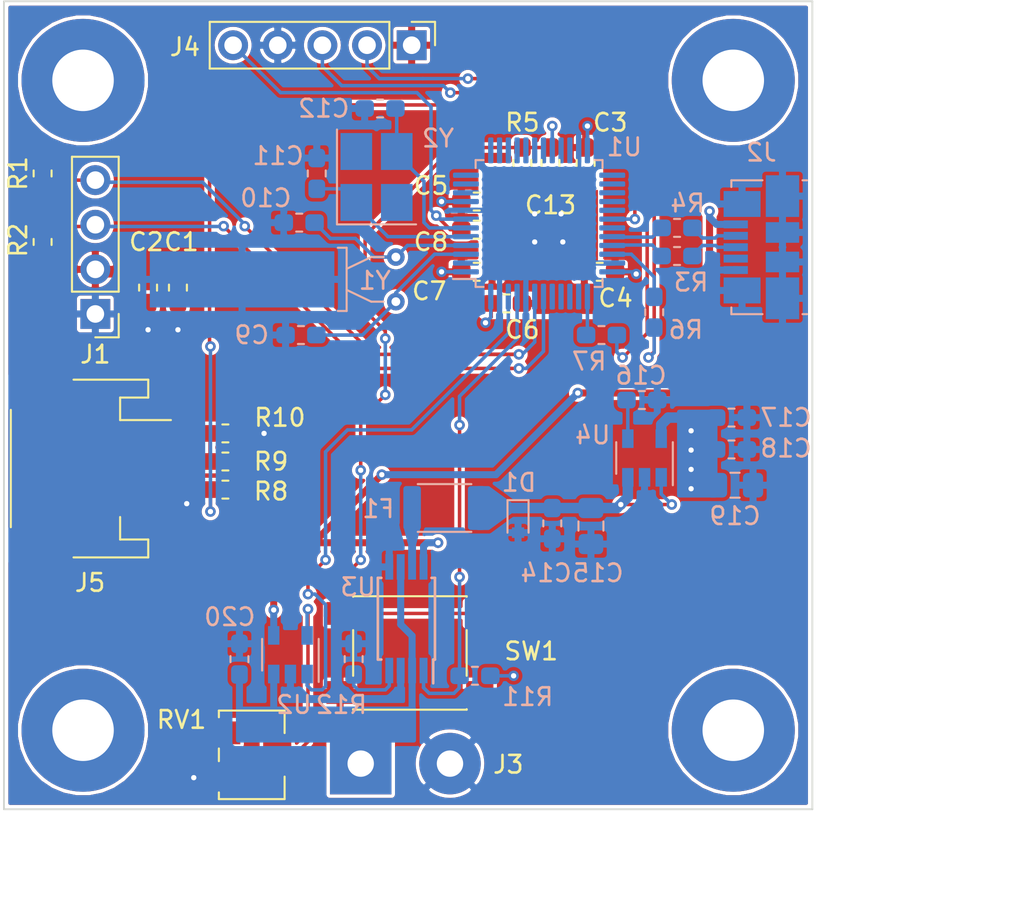
<source format=kicad_pcb>
(kicad_pcb (version 20171130) (host pcbnew 5.1.4-e60b266~84~ubuntu18.04.1)
  (layers (0 F.Cu signal) (31 B.Cu signal) (34 B.Paste user) (35 F.Paste user) (36 B.SilkS user) (37 F.SilkS user) (38 B.Mask user) (39 F.Mask user) (44 Edge.Cuts user))
  (net 0 "")
  (net 1 /OSC32_IN)
  (net 2 /OSC32_OUT)
  (net 3 /OSC_IN)
  (net 4 /OSC_OUT)
  (net 5 /NRST)
  (net 6 +3V3)
  (net 7 VBUS)
  (net 8 "Net-(F1-Pad2)")
  (net 9 +BATT)
  (net 10 /USB_N)
  (net 11 /USB_P)
  (net 12 "Net-(J2-Pad4)")
  (net 13 /SWDIO)
  (net 14 /SWCLK)
  (net 15 /SCL)
  (net 16 /SDA)
  (net 17 /MCU_USB_P)
  (net 18 /MCU_USB_N)
  (net 19 "Net-(R6-Pad2)")
  (net 20 "Net-(R7-Pad2)")
  (net 21 "Net-(RV1-Pad2)")
  (net 22 "Net-(RV1-Pad1)")
  (net 23 /POW_STAT)
  (net 24 "Net-(C13-Pad1)")
  (net 25 "Net-(C14-Pad1)")
  (net 26 "Net-(C16-Pad1)")
  (net 27 "Net-(U1-Pad2)")
  (net 28 "Net-(U1-Pad10)")
  (net 29 "Net-(U1-Pad11)")
  (net 30 "Net-(U1-Pad12)")
  (net 31 "Net-(U1-Pad13)")
  (net 32 "Net-(U1-Pad14)")
  (net 33 "Net-(U1-Pad15)")
  (net 34 "Net-(U1-Pad16)")
  (net 35 "Net-(U1-Pad17)")
  (net 36 "Net-(U1-Pad18)")
  (net 37 "Net-(U1-Pad19)")
  (net 38 "Net-(U1-Pad21)")
  (net 39 "Net-(U1-Pad22)")
  (net 40 "Net-(U1-Pad25)")
  (net 41 "Net-(U1-Pad26)")
  (net 42 "Net-(U1-Pad27)")
  (net 43 "Net-(U1-Pad29)")
  (net 44 "Net-(U1-Pad31)")
  (net 45 "Net-(U1-Pad38)")
  (net 46 "Net-(U1-Pad39)")
  (net 47 "Net-(U1-Pad40)")
  (net 48 "Net-(U1-Pad41)")
  (net 49 GND)
  (net 50 "Net-(J5-Pad1)")
  (net 51 /DATA)
  (net 52 "Net-(R12-Pad1)")
  (net 53 "Net-(Y2-Pad2)")
  (net 54 "Net-(Y2-Pad4)")
  (net 55 "Net-(U1-Pad28)")
  (net 56 /CHG_STAT)
  (module Connector_Wire:SolderWirePad_1x02_P5.08mm_Drill1.5mm (layer F.Cu) (at 70.3 78.4)
    (fp_text reference J3 (at 8.4 0.05) (layer F.SilkS))
    (fp_text value Battery)
    (pad 2 thru_hole circle (at 5.08 0) (size 3.50012 3.50012) (drill 1.50114) (layers *.Cu *.Mask) (net 49 GND))
    (pad 1 thru_hole rect (at 0 0) (size 3.50012 3.50012) (drill 1.50114) (layers *.Cu *.Mask) (net 9 +BATT))
  )
  (module Package_TO_SOT_SMD:SOT-23-5 (layer B.Cu) (at 66.3 72.2 90)
    (fp_text reference U2 (at -2.85 0.2 180) (layer B.SilkS) (effects (justify mirror)))
    (fp_text value MCP73831-2-OT)
    (pad 5 smd rect (at 1.1 0.95 90) (size 1.06 0.65) (layers B.Cu B.Paste B.Mask) (net 21 "Net-(RV1-Pad2)"))
    (pad 4 smd rect (at 1.1 -0.95 90) (size 1.06 0.65) (layers B.Cu B.Paste B.Mask) (net 7 VBUS))
    (pad 3 smd rect (at -1.1 -0.95 90) (size 1.06 0.65) (layers B.Cu B.Paste B.Mask) (net 9 +BATT))
    (pad 2 smd rect (at -1.1 0 90) (size 1.06 0.65) (layers B.Cu B.Paste B.Mask) (net 49 GND))
    (pad 1 smd rect (at -1.1 0.95 90) (size 1.06 0.65) (layers B.Cu B.Paste B.Mask) (net 56 /CHG_STAT))
  )
  (module Capacitor_SMD:C_0603_1608Metric_Pad1.05x0.95mm_HandSolder (layer B.Cu) (at 63.4 72.45 90)
    (fp_text reference C20 (at 2.4 -0.55 180) (layer B.SilkS) (effects (justify mirror)))
    (fp_text value 4.7uF)
    (pad 2 smd roundrect (at 0.875 0 90) (size 1.05 0.95) (layers B.Cu B.Paste B.Mask) (net 49 GND))
    (pad 1 smd roundrect (at -0.875 0 90) (size 1.05 0.95) (layers B.Cu B.Paste B.Mask) (net 9 +BATT))
  )
  (module MountingHole:MountingHole_3.5mm_Pad (layer F.Cu) (at 91.5 76.5)
    (fp_text reference REF** hide)
    (fp_text value MountingHole_3.5mm_Pad)
    (pad 1 thru_hole circle (at 0 0) (size 7 7) (drill 3.5) (layers *.Cu *.Mask))
  )
  (module MountingHole:MountingHole_3.5mm_Pad (layer F.Cu) (at 54.5 76.5 270)
    (fp_text reference e hide)
    (fp_text value MountingHole_3.5mm_Pad)
    (pad 1 thru_hole circle (at 0 0 270) (size 7 7) (drill 3.5) (layers *.Cu *.Mask))
  )
  (module thermometer:main_button (layer F.Cu) (at 73 72 180)
    (fp_text reference SW1 (at -7 0) (layer F.SilkS))
    (fp_text value SW_Push)
    (pad 2 smd rect (at -4.075 2.15 180) (size 1.55 1.3) (layers F.Cu F.Paste F.Mask) (net 24 "Net-(C13-Pad1)"))
    (pad 1 smd rect (at -4.075 -2.35 180) (size 1.55 1.3) (layers F.Cu F.Paste F.Mask) (net 6 +3V3))
    (pad 2 smd rect (at 3.875 2.15 180) (size 1.55 1.3) (layers F.Cu F.Paste F.Mask) (net 24 "Net-(C13-Pad1)"))
    (pad 1 smd rect (at 3.875 -2.35 180) (size 1.55 1.3) (layers F.Cu F.Paste F.Mask) (net 6 +3V3))
  )
  (module Resistor_SMD:R_0603_1608Metric_Pad1.05x0.95mm_HandSolder (layer B.Cu) (at 76.8 73.4 180)
    (fp_text reference R11 (at -3 -1.2 180) (layer B.SilkS) (effects (justify mirror)))
    (fp_text value 100K)
    (pad 1 smd roundrect (at -0.875 0 180) (size 1.05 0.95) (layers B.Cu B.Paste B.Mask) (net 6 +3V3))
    (pad 2 smd roundrect (at 0.875 0 180) (size 1.05 0.95) (layers B.Cu B.Paste B.Mask) (net 23 /POW_STAT))
  )
  (module MountingHole:MountingHole_3.5mm_Pad (layer F.Cu) (at 91.5 39.5 90)
    (fp_text reference REF** hide)
    (fp_text value MountingHole_3.5mm_Pad)
    (pad 1 thru_hole circle (at 0 0 90) (size 7 7) (drill 3.5) (layers *.Cu *.Mask))
  )
  (module MountingHole:MountingHole_3.5mm_Pad (layer F.Cu) (at 54.5 39.5 180)
    (fp_text reference REF** hide)
    (fp_text value MountingHole_3.5mm_Pad)
    (pad 1 thru_hole circle (at 0 0 180) (size 7 7) (drill 3.5) (layers *.Cu *.Mask))
  )
  (module Capacitor_SMD:C_0805_2012Metric_Pad1.15x1.40mm_HandSolder (layer B.Cu) (at 91.6 62.55)
    (fp_text reference C19 (at 0 1.75) (layer B.SilkS) (effects (justify mirror)))
    (fp_text value 10uF)
    (pad 2 smd roundrect (at 1.025 0) (size 1.15 1.4) (layers B.Cu B.Paste B.Mask) (roundrect_rratio 0.217391) (net 49 GND))
    (pad 1 smd roundrect (at -1.025 0) (size 1.15 1.4) (layers B.Cu B.Paste B.Mask) (roundrect_rratio 0.217391) (net 6 +3V3))
  )
  (module Capacitor_SMD:C_0805_2012Metric_Pad1.15x1.40mm_HandSolder (layer B.Cu) (at 83.4 64.875 270)
    (fp_text reference C15 (at 2.675 -0.4 180) (layer B.SilkS) (effects (justify mirror)))
    (fp_text value 10uF)
    (pad 2 smd roundrect (at 1.025 0 270) (size 1.15 1.4) (layers B.Cu B.Paste B.Mask) (roundrect_rratio 0.217391) (net 49 GND))
    (pad 1 smd roundrect (at -1.025 0 270) (size 1.15 1.4) (layers B.Cu B.Paste B.Mask) (roundrect_rratio 0.217391) (net 25 "Net-(C14-Pad1)"))
  )
  (module Potentiometer_SMD:Potentiometer_Bourns_3214W_Vertical (layer F.Cu) (at 64.1 77.9 90)
    (fp_text reference RV1 (at 2 -4 180) (layer F.SilkS))
    (fp_text value R_POT)
    (pad 3 smd rect (at -1.25 -1.45 90) (size 1.3 1.6) (layers F.Cu F.Paste F.Mask) (net 49 GND))
    (pad 2 smd rect (at 0 1.45 90) (size 2 1.6) (layers F.Cu F.Paste F.Mask) (net 21 "Net-(RV1-Pad2)"))
    (pad 1 smd rect (at 1.25 -1.45 90) (size 1.3 1.6) (layers F.Cu F.Paste F.Mask) (net 22 "Net-(RV1-Pad1)"))
  )
  (module Crystal:Crystal_AT310_D3.0mm_L10.0mm_Horizontal_1EP_style1 (layer B.Cu) (at 72.3 52.1 90)
    (fp_text reference Y1 (at 1.2 -1.2 180) (layer B.SilkS) (effects (justify mirror)))
    (fp_text value Crystal_GND3)
    (pad 3 smd rect (at 1.27 -8.75 90) (size 3.2 10.5) (layers B.Cu B.Paste B.Mask) (net 49 GND))
    (pad 2 thru_hole circle (at 2.54 0 90) (size 1 1) (drill 0.5) (layers *.Cu *.Mask) (net 2 /OSC32_OUT))
    (pad 1 thru_hole circle (at 0 0 90) (size 1 1) (drill 0.5) (layers *.Cu *.Mask) (net 1 /OSC32_IN))
  )
  (module Capacitor_SMD:C_0603_1608Metric_Pad1.05x0.95mm_HandSolder (layer F.Cu) (at 59.9 51.3 270)
    (fp_text reference C1 (at -2.6 -0.2 180) (layer F.SilkS))
    (fp_text value 0.1uF)
    (pad 1 smd roundrect (at -0.875 0 270) (size 1.05 0.95) (layers F.Cu F.Paste F.Mask) (net 6 +3V3))
    (pad 2 smd roundrect (at 0.875 0 270) (size 1.05 0.95) (layers F.Cu F.Paste F.Mask) (net 49 GND))
  )
  (module Capacitor_SMD:C_0603_1608Metric_Pad1.05x0.95mm_HandSolder (layer F.Cu) (at 58.2 51.3 270)
    (fp_text reference C2 (at -2.6 0.1 180) (layer F.SilkS))
    (fp_text value 10nF)
    (pad 2 smd roundrect (at 0.875 0 270) (size 1.05 0.95) (layers F.Cu F.Paste F.Mask) (net 49 GND))
    (pad 1 smd roundrect (at -0.875 0 270) (size 1.05 0.95) (layers F.Cu F.Paste F.Mask) (net 6 +3V3))
  )
  (module Capacitor_SMD:C_0603_1608Metric_Pad1.05x0.95mm_HandSolder (layer F.Cu) (at 83.1 44.2 270)
    (fp_text reference C3 (at -2.3 -1.4 180) (layer F.SilkS))
    (fp_text value 0.1uF)
    (pad 1 smd roundrect (at -0.875 0 270) (size 1.05 0.95) (layers F.Cu F.Paste F.Mask) (net 6 +3V3))
    (pad 2 smd roundrect (at 0.875 0 270) (size 1.05 0.95) (layers F.Cu F.Paste F.Mask) (net 49 GND))
  )
  (module Capacitor_SMD:C_0603_1608Metric_Pad1.05x0.95mm_HandSolder (layer F.Cu) (at 83.9 50.4 180)
    (fp_text reference C4 (at -0.9 -1.5) (layer F.SilkS))
    (fp_text value 0.1uF)
    (pad 1 smd roundrect (at -0.875 0 180) (size 1.05 0.95) (layers F.Cu F.Paste F.Mask) (net 6 +3V3))
    (pad 2 smd roundrect (at 0.875 0 180) (size 1.05 0.95) (layers F.Cu F.Paste F.Mask) (net 49 GND))
  )
  (module Capacitor_SMD:C_0603_1608Metric_Pad1.05x0.95mm_HandSolder (layer F.Cu) (at 76.9 46.4)
    (fp_text reference C5 (at -2.6 -0.9) (layer F.SilkS))
    (fp_text value 0.1uF)
    (pad 2 smd roundrect (at 0.875 0) (size 1.05 0.95) (layers F.Cu F.Paste F.Mask) (net 49 GND))
    (pad 1 smd roundrect (at -0.875 0) (size 1.05 0.95) (layers F.Cu F.Paste F.Mask) (net 6 +3V3))
  )
  (module Capacitor_SMD:C_0603_1608Metric_Pad1.05x0.95mm_HandSolder (layer F.Cu) (at 78.6 52.2)
    (fp_text reference C6 (at 0.9 1.5) (layer F.SilkS))
    (fp_text value 0.1uF)
    (pad 1 smd roundrect (at -0.875 0) (size 1.05 0.95) (layers F.Cu F.Paste F.Mask) (net 6 +3V3))
    (pad 2 smd roundrect (at 0.875 0) (size 1.05 0.95) (layers F.Cu F.Paste F.Mask) (net 49 GND))
  )
  (module Capacitor_SMD:C_0603_1608Metric_Pad1.05x0.95mm_HandSolder (layer F.Cu) (at 76.9 50.4)
    (fp_text reference C7 (at -2.7 1.1) (layer F.SilkS))
    (fp_text value 0.1uF)
    (pad 2 smd roundrect (at 0.875 0) (size 1.05 0.95) (layers F.Cu F.Paste F.Mask) (net 49 GND))
    (pad 1 smd roundrect (at -0.875 0) (size 1.05 0.95) (layers F.Cu F.Paste F.Mask) (net 6 +3V3))
  )
  (module Capacitor_SMD:C_0603_1608Metric_Pad1.05x0.95mm_HandSolder (layer F.Cu) (at 76.9 48)
    (fp_text reference C8 (at -2.6 0.7) (layer F.SilkS))
    (fp_text value 0.1uF)
    (pad 1 smd roundrect (at -0.875 0) (size 1.05 0.95) (layers F.Cu F.Paste F.Mask) (net 5 /NRST))
    (pad 2 smd roundrect (at 0.875 0) (size 1.05 0.95) (layers F.Cu F.Paste F.Mask) (net 49 GND))
  )
  (module Capacitor_SMD:C_0603_1608Metric_Pad1.05x0.95mm_HandSolder (layer B.Cu) (at 66.9 54 180)
    (fp_text reference C9 (at 2.8 0) (layer B.SilkS) (effects (justify mirror)))
    (fp_text value 10nF)
    (pad 2 smd roundrect (at 0.875 0 180) (size 1.05 0.95) (layers B.Cu B.Paste B.Mask) (net 49 GND))
    (pad 1 smd roundrect (at -0.875 0 180) (size 1.05 0.95) (layers B.Cu B.Paste B.Mask) (net 1 /OSC32_IN))
  )
  (module Capacitor_SMD:C_0603_1608Metric_Pad1.05x0.95mm_HandSolder (layer B.Cu) (at 66.8 47.6 180)
    (fp_text reference C10 (at 1.9 1.4 180) (layer B.SilkS) (effects (justify mirror)))
    (fp_text value 10nF)
    (pad 1 smd roundrect (at -0.875 0 180) (size 1.05 0.95) (layers B.Cu B.Paste B.Mask) (net 2 /OSC32_OUT))
    (pad 2 smd roundrect (at 0.875 0 180) (size 1.05 0.95) (layers B.Cu B.Paste B.Mask) (net 49 GND))
  )
  (module Capacitor_SMD:C_0603_1608Metric_Pad1.05x0.95mm_HandSolder (layer B.Cu) (at 67.8 44.8 90)
    (fp_text reference C11 (at 1 -2.2 180) (layer B.SilkS) (effects (justify mirror)))
    (fp_text value 10nF)
    (pad 1 smd roundrect (at -0.875 0 90) (size 1.05 0.95) (layers B.Cu B.Paste B.Mask) (net 3 /OSC_IN))
    (pad 2 smd roundrect (at 0.875 0 90) (size 1.05 0.95) (layers B.Cu B.Paste B.Mask) (net 49 GND))
  )
  (module Capacitor_SMD:C_0603_1608Metric_Pad1.05x0.95mm_HandSolder (layer B.Cu) (at 71.4 41.1 180)
    (fp_text reference C12 (at 3.2 0) (layer B.SilkS) (effects (justify mirror)))
    (fp_text value 10nF)
    (pad 2 smd roundrect (at 0.875 0 180) (size 1.05 0.95) (layers B.Cu B.Paste B.Mask) (net 49 GND))
    (pad 1 smd roundrect (at -0.875 0 180) (size 1.05 0.95) (layers B.Cu B.Paste B.Mask) (net 4 /OSC_OUT))
  )
  (module Capacitor_SMD:C_0603_1608Metric_Pad1.05x0.95mm_HandSolder (layer F.Cu) (at 81.1 44.2 270)
    (fp_text reference C13 (at 2.4 0 180) (layer F.SilkS))
    (fp_text value 10nF)
    (pad 2 smd roundrect (at 0.875 0 270) (size 1.05 0.95) (layers F.Cu F.Paste F.Mask) (net 49 GND))
    (pad 1 smd roundrect (at -0.875 0 270) (size 1.05 0.95) (layers F.Cu F.Paste F.Mask) (net 24 "Net-(C13-Pad1)"))
  )
  (module Capacitor_SMD:C_0603_1608Metric_Pad1.05x0.95mm_HandSolder (layer B.Cu) (at 81.201332 64.725 270)
    (fp_text reference C14 (at 2.825 0.351332 180) (layer B.SilkS) (effects (justify mirror)))
    (fp_text value 0.1uF)
    (pad 1 smd roundrect (at -0.875 0 270) (size 1.05 0.95) (layers B.Cu B.Paste B.Mask) (net 25 "Net-(C14-Pad1)"))
    (pad 2 smd roundrect (at 0.875 0 270) (size 1.05 0.95) (layers B.Cu B.Paste B.Mask) (net 49 GND))
  )
  (module Capacitor_SMD:C_0603_1608Metric_Pad1.05x0.95mm_HandSolder (layer B.Cu) (at 86.3 57.7)
    (fp_text reference C16 (at -0.05 -1.4) (layer B.SilkS) (effects (justify mirror)))
    (fp_text value 33nF)
    (pad 2 smd roundrect (at 0.875 0) (size 1.05 0.95) (layers B.Cu B.Paste B.Mask) (net 49 GND))
    (pad 1 smd roundrect (at -0.875 0) (size 1.05 0.95) (layers B.Cu B.Paste B.Mask) (net 26 "Net-(C16-Pad1)"))
  )
  (module Capacitor_SMD:C_0603_1608Metric_Pad1.05x0.95mm_HandSolder (layer B.Cu) (at 91.4 58.7)
    (fp_text reference C17 (at 3.1 0) (layer B.SilkS) (effects (justify mirror)))
    (fp_text value 10nF)
    (pad 2 smd roundrect (at 0.875 0) (size 1.05 0.95) (layers B.Cu B.Paste B.Mask) (net 49 GND))
    (pad 1 smd roundrect (at -0.875 0) (size 1.05 0.95) (layers B.Cu B.Paste B.Mask) (net 6 +3V3))
  )
  (module Capacitor_SMD:C_0603_1608Metric_Pad1.05x0.95mm_HandSolder (layer B.Cu) (at 91.4 60.515)
    (fp_text reference C18 (at 3.1 -0.065) (layer B.SilkS) (effects (justify mirror)))
    (fp_text value 0.1uF)
    (pad 1 smd roundrect (at -0.875 0) (size 1.05 0.95) (layers B.Cu B.Paste B.Mask) (net 6 +3V3))
    (pad 2 smd roundrect (at 0.875 0) (size 1.05 0.95) (layers B.Cu B.Paste B.Mask) (net 49 GND))
  )
  (module Diode_SMD:D_SOD-523 (layer B.Cu) (at 79.252666 64.55 270)
    (fp_text reference D1 (at -2.15 -0.05 180) (layer B.SilkS) (effects (justify mirror)))
    (fp_text value PESD5Z5.0)
    (pad 2 smd rect (at 0.7 0 90) (size 0.6 0.7) (layers B.Cu B.Paste B.Mask) (net 49 GND))
    (pad 1 smd rect (at -0.7 0 90) (size 0.6 0.7) (layers B.Cu B.Paste B.Mask) (net 25 "Net-(C14-Pad1)"))
  )
  (module PTC:MF-USMF (layer B.Cu) (at 74.5625 64.1 180)
    (fp_text reference F1 (at 3.2625 0.2) (layer B.SilkS) (effects (justify mirror)))
    (fp_text value MF-USMF035-2)
    (pad 1 smd roundrect (at -2.3375 0.254 180) (size 1 2.5) (layers B.Cu B.Paste B.Mask) (roundrect_rratio 0.164) (net 25 "Net-(C14-Pad1)"))
    (pad 2 smd roundrect (at 1.3375 0.254 180) (size 1 2.5) (layers B.Cu B.Paste B.Mask) (roundrect_rratio 0.164) (net 8 "Net-(F1-Pad2)"))
  )
  (module Connector_PinHeader_2.54mm:PinHeader_1x04_P2.54mm_Vertical (layer F.Cu) (at 55.2 52.8 180)
    (fp_text reference J1 (at 0 -2.3) (layer F.SilkS))
    (fp_text value Display)
    (pad 1 thru_hole rect (at 0 0 180) (size 1.7 1.7) (drill 1) (layers *.Cu *.Mask) (net 49 GND))
    (pad 2 thru_hole oval (at 0 2.54 180) (size 1.7 1.7) (drill 1) (layers *.Cu *.Mask) (net 6 +3V3))
    (pad 3 thru_hole oval (at 0 5.08 180) (size 1.7 1.7) (drill 1) (layers *.Cu *.Mask) (net 15 /SCL))
    (pad 4 thru_hole oval (at 0 7.62 180) (size 1.7 1.7) (drill 1) (layers *.Cu *.Mask) (net 16 /SDA))
  )
  (module Connector_USB:USB_Micro-B_Molex_47346-0001 (layer B.Cu) (at 93.1 49 270)
    (fp_text reference J2 (at -5.4 0) (layer B.SilkS) (effects (justify mirror)))
    (fp_text value USB)
    (pad 1 smd rect (at -1.3 1.46 270) (size 0.45 1.38) (layers B.Cu B.Paste B.Mask) (net 7 VBUS))
    (pad 2 smd rect (at -0.65 1.46 270) (size 0.45 1.38) (layers B.Cu B.Paste B.Mask) (net 10 /USB_N))
    (pad 3 smd rect (at 0 1.46 270) (size 0.45 1.38) (layers B.Cu B.Paste B.Mask) (net 11 /USB_P))
    (pad 4 smd rect (at 0.65 1.46 270) (size 0.45 1.38) (layers B.Cu B.Paste B.Mask) (net 12 "Net-(J2-Pad4)"))
    (pad 5 smd rect (at 1.3 1.46 270) (size 0.45 1.38) (layers B.Cu B.Paste B.Mask) (net 49 GND))
    (pad 6 smd rect (at -2.4625 1.1 270) (size 1.475 2.1) (layers B.Cu B.Paste B.Mask) (net 49 GND))
    (pad 6 smd rect (at 2.4625 1.1 270) (size 1.475 2.1) (layers B.Cu B.Paste B.Mask) (net 49 GND))
    (pad 6 smd rect (at -2.91 -1.2 270) (size 2.375 1.9) (layers B.Cu B.Paste B.Mask) (net 49 GND))
    (pad 6 smd rect (at 2.91 -1.2 270) (size 2.375 1.9) (layers B.Cu B.Paste B.Mask) (net 49 GND))
    (pad 6 smd rect (at -0.84 -1.2 270) (size 1.175 1.9) (layers B.Cu B.Paste B.Mask) (net 49 GND))
    (pad 6 smd rect (at 0.84 -1.2 270) (size 1.175 1.9) (layers B.Cu B.Paste B.Mask) (net 49 GND))
  )
  (module Connector_PinHeader_2.54mm:PinHeader_1x05_P2.54mm_Vertical (layer F.Cu) (at 73.2 37.5 270)
    (fp_text reference J4 (at 0.1 12.9 180) (layer F.SilkS))
    (fp_text value Programming)
    (pad 1 thru_hole rect (at 0 0 270) (size 1.7 1.7) (drill 1) (layers *.Cu *.Mask) (net 6 +3V3))
    (pad 2 thru_hole oval (at 0 2.54 270) (size 1.7 1.7) (drill 1) (layers *.Cu *.Mask) (net 13 /SWDIO))
    (pad 3 thru_hole oval (at 0 5.08 270) (size 1.7 1.7) (drill 1) (layers *.Cu *.Mask) (net 14 /SWCLK))
    (pad 4 thru_hole oval (at 0 7.62 270) (size 1.7 1.7) (drill 1) (layers *.Cu *.Mask) (net 49 GND))
    (pad 5 thru_hole oval (at 0 10.16 270) (size 1.7 1.7) (drill 1) (layers *.Cu *.Mask) (net 5 /NRST))
  )
  (module Resistor_SMD:R_0603_1608Metric_Pad1.05x0.95mm_HandSolder (layer F.Cu) (at 52.2 44.8 270)
    (fp_text reference R1 (at 0 1.4 270) (layer F.SilkS))
    (fp_text value 4.7K)
    (pad 1 smd roundrect (at -0.875 0 270) (size 1.05 0.95) (layers F.Cu F.Paste F.Mask) (net 6 +3V3))
    (pad 2 smd roundrect (at 0.875 0 270) (size 1.05 0.95) (layers F.Cu F.Paste F.Mask) (net 16 /SDA))
  )
  (module Resistor_SMD:R_0603_1608Metric_Pad1.05x0.95mm_HandSolder (layer F.Cu) (at 52.2 48.7 90)
    (fp_text reference R2 (at 0.1 -1.4 270) (layer F.SilkS))
    (fp_text value 4.7K)
    (pad 2 smd roundrect (at 0.875 0 90) (size 1.05 0.95) (layers F.Cu F.Paste F.Mask) (net 15 /SCL))
    (pad 1 smd roundrect (at -0.875 0 90) (size 1.05 0.95) (layers F.Cu F.Paste F.Mask) (net 6 +3V3))
  )
  (module Resistor_SMD:R_0603_1608Metric_Pad1.05x0.95mm_HandSolder (layer B.Cu) (at 88.3 49.5)
    (fp_text reference R3 (at 0.8 1.5) (layer B.SilkS) (effects (justify mirror)))
    (fp_text value 22)
    (pad 1 smd roundrect (at -0.875 0) (size 1.05 0.95) (layers B.Cu B.Paste B.Mask) (net 17 /MCU_USB_P))
    (pad 2 smd roundrect (at 0.875 0) (size 1.05 0.95) (layers B.Cu B.Paste B.Mask) (net 11 /USB_P))
  )
  (module Resistor_SMD:R_0603_1608Metric_Pad1.05x0.95mm_HandSolder (layer B.Cu) (at 88.3 47.9)
    (fp_text reference R4 (at 0.6 -1.4) (layer B.SilkS) (effects (justify mirror)))
    (fp_text value 22)
    (pad 2 smd roundrect (at 0.875 0) (size 1.05 0.95) (layers B.Cu B.Paste B.Mask) (net 10 /USB_N))
    (pad 1 smd roundrect (at -0.875 0) (size 1.05 0.95) (layers B.Cu B.Paste B.Mask) (net 18 /MCU_USB_N))
  )
  (module Resistor_SMD:R_0603_1608Metric_Pad1.05x0.95mm_HandSolder (layer F.Cu) (at 79.5 44.2 270)
    (fp_text reference R5 (at -2.3 0 180) (layer F.SilkS))
    (fp_text value 100K)
    (pad 1 smd roundrect (at -0.875 0 270) (size 1.05 0.95) (layers F.Cu F.Paste F.Mask) (net 24 "Net-(C13-Pad1)"))
    (pad 2 smd roundrect (at 0.875 0 270) (size 1.05 0.95) (layers F.Cu F.Paste F.Mask) (net 49 GND))
  )
  (module Resistor_SMD:R_0603_1608Metric_Pad1.05x0.95mm_HandSolder (layer B.Cu) (at 87 52.7 90)
    (fp_text reference R6 (at -1 1.8 180) (layer B.SilkS) (effects (justify mirror)))
    (fp_text value 100)
    (pad 1 smd roundrect (at -0.875 0 90) (size 1.05 0.95) (layers B.Cu B.Paste B.Mask) (net 13 /SWDIO))
    (pad 2 smd roundrect (at 0.875 0 90) (size 1.05 0.95) (layers B.Cu B.Paste B.Mask) (net 19 "Net-(R6-Pad2)"))
  )
  (module Resistor_SMD:R_0603_1608Metric_Pad1.05x0.95mm_HandSolder (layer B.Cu) (at 84 54 180)
    (fp_text reference R7 (at 0.7 -1.5) (layer B.SilkS) (effects (justify mirror)))
    (fp_text value 100)
    (pad 2 smd roundrect (at 0.875 0 180) (size 1.05 0.95) (layers B.Cu B.Paste B.Mask) (net 20 "Net-(R7-Pad2)"))
    (pad 1 smd roundrect (at -0.875 0 180) (size 1.05 0.95) (layers B.Cu B.Paste B.Mask) (net 14 /SWCLK))
  )
  (module Package_QFP:LQFP-48_7x7mm_P0.5mm (layer B.Cu) (at 80.45 47.65)
    (fp_text reference U1 (at 4.85 -4.35) (layer B.SilkS) (effects (justify mirror)))
    (fp_text value STM32F072CBTx)
    (pad 1 smd roundrect (at -4.1625 2.75) (size 1.475 0.3) (layers B.Cu B.Paste B.Mask) (net 6 +3V3))
    (pad 2 smd roundrect (at -4.1625 2.25) (size 1.475 0.3) (layers B.Cu B.Paste B.Mask) (net 27 "Net-(U1-Pad2)"))
    (pad 3 smd roundrect (at -4.1625 1.75) (size 1.475 0.3) (layers B.Cu B.Paste B.Mask) (net 1 /OSC32_IN))
    (pad 4 smd roundrect (at -4.1625 1.25) (size 1.475 0.3) (layers B.Cu B.Paste B.Mask) (net 2 /OSC32_OUT))
    (pad 5 smd roundrect (at -4.1625 0.75) (size 1.475 0.3) (layers B.Cu B.Paste B.Mask) (net 3 /OSC_IN))
    (pad 6 smd roundrect (at -4.1625 0.25) (size 1.475 0.3) (layers B.Cu B.Paste B.Mask) (net 4 /OSC_OUT))
    (pad 7 smd roundrect (at -4.1625 -0.25) (size 1.475 0.3) (layers B.Cu B.Paste B.Mask) (net 5 /NRST))
    (pad 8 smd roundrect (at -4.1625 -0.75) (size 1.475 0.3) (layers B.Cu B.Paste B.Mask) (net 49 GND))
    (pad 9 smd roundrect (at -4.1625 -1.25) (size 1.475 0.3) (layers B.Cu B.Paste B.Mask) (net 6 +3V3))
    (pad 10 smd roundrect (at -4.1625 -1.75) (size 1.475 0.3) (layers B.Cu B.Paste B.Mask) (net 28 "Net-(U1-Pad10)"))
    (pad 11 smd roundrect (at -4.1625 -2.25) (size 1.475 0.3) (layers B.Cu B.Paste B.Mask) (net 29 "Net-(U1-Pad11)"))
    (pad 12 smd roundrect (at -4.1625 -2.75) (size 1.475 0.3) (layers B.Cu B.Paste B.Mask) (net 30 "Net-(U1-Pad12)"))
    (pad 13 smd roundrect (at -2.75 -4.1625) (size 0.3 1.475) (layers B.Cu B.Paste B.Mask) (net 31 "Net-(U1-Pad13)"))
    (pad 14 smd roundrect (at -2.25 -4.1625) (size 0.3 1.475) (layers B.Cu B.Paste B.Mask) (net 32 "Net-(U1-Pad14)"))
    (pad 15 smd roundrect (at -1.75 -4.1625) (size 0.3 1.475) (layers B.Cu B.Paste B.Mask) (net 33 "Net-(U1-Pad15)"))
    (pad 16 smd roundrect (at -1.25 -4.1625) (size 0.3 1.475) (layers B.Cu B.Paste B.Mask) (net 34 "Net-(U1-Pad16)"))
    (pad 17 smd roundrect (at -0.75 -4.1625) (size 0.3 1.475) (layers B.Cu B.Paste B.Mask) (net 35 "Net-(U1-Pad17)"))
    (pad 18 smd roundrect (at -0.25 -4.1625) (size 0.3 1.475) (layers B.Cu B.Paste B.Mask) (net 36 "Net-(U1-Pad18)"))
    (pad 19 smd roundrect (at 0.25 -4.1625) (size 0.3 1.475) (layers B.Cu B.Paste B.Mask) (net 37 "Net-(U1-Pad19)"))
    (pad 20 smd roundrect (at 0.75 -4.1625) (size 0.3 1.475) (layers B.Cu B.Paste B.Mask) (net 24 "Net-(C13-Pad1)"))
    (pad 21 smd roundrect (at 1.25 -4.1625) (size 0.3 1.475) (layers B.Cu B.Paste B.Mask) (net 38 "Net-(U1-Pad21)"))
    (pad 22 smd roundrect (at 1.75 -4.1625) (size 0.3 1.475) (layers B.Cu B.Paste B.Mask) (net 39 "Net-(U1-Pad22)"))
    (pad 23 smd roundrect (at 2.25 -4.1625) (size 0.3 1.475) (layers B.Cu B.Paste B.Mask) (net 49 GND))
    (pad 24 smd roundrect (at 2.75 -4.1625) (size 0.3 1.475) (layers B.Cu B.Paste B.Mask) (net 6 +3V3))
    (pad 25 smd roundrect (at 4.1625 -2.75) (size 1.475 0.3) (layers B.Cu B.Paste B.Mask) (net 40 "Net-(U1-Pad25)"))
    (pad 26 smd roundrect (at 4.1625 -2.25) (size 1.475 0.3) (layers B.Cu B.Paste B.Mask) (net 41 "Net-(U1-Pad26)"))
    (pad 27 smd roundrect (at 4.1625 -1.75) (size 1.475 0.3) (layers B.Cu B.Paste B.Mask) (net 42 "Net-(U1-Pad27)"))
    (pad 28 smd roundrect (at 4.1625 -1.25) (size 1.475 0.3) (layers B.Cu B.Paste B.Mask) (net 55 "Net-(U1-Pad28)"))
    (pad 29 smd roundrect (at 4.1625 -0.75) (size 1.475 0.3) (layers B.Cu B.Paste B.Mask) (net 43 "Net-(U1-Pad29)"))
    (pad 30 smd roundrect (at 4.1625 -0.25) (size 1.475 0.3) (layers B.Cu B.Paste B.Mask) (net 51 /DATA))
    (pad 31 smd roundrect (at 4.1625 0.25) (size 1.475 0.3) (layers B.Cu B.Paste B.Mask) (net 44 "Net-(U1-Pad31)"))
    (pad 32 smd roundrect (at 4.1625 0.75) (size 1.475 0.3) (layers B.Cu B.Paste B.Mask) (net 18 /MCU_USB_N))
    (pad 33 smd roundrect (at 4.1625 1.25) (size 1.475 0.3) (layers B.Cu B.Paste B.Mask) (net 17 /MCU_USB_P))
    (pad 34 smd roundrect (at 4.1625 1.75) (size 1.475 0.3) (layers B.Cu B.Paste B.Mask) (net 19 "Net-(R6-Pad2)"))
    (pad 35 smd roundrect (at 4.1625 2.25) (size 1.475 0.3) (layers B.Cu B.Paste B.Mask) (net 49 GND))
    (pad 36 smd roundrect (at 4.1625 2.75) (size 1.475 0.3) (layers B.Cu B.Paste B.Mask) (net 6 +3V3))
    (pad 37 smd roundrect (at 2.75 4.1625) (size 0.3 1.475) (layers B.Cu B.Paste B.Mask) (net 20 "Net-(R7-Pad2)"))
    (pad 38 smd roundrect (at 2.25 4.1625) (size 0.3 1.475) (layers B.Cu B.Paste B.Mask) (net 45 "Net-(U1-Pad38)"))
    (pad 39 smd roundrect (at 1.75 4.1625) (size 0.3 1.475) (layers B.Cu B.Paste B.Mask) (net 46 "Net-(U1-Pad39)"))
    (pad 40 smd roundrect (at 1.25 4.1625) (size 0.3 1.475) (layers B.Cu B.Paste B.Mask) (net 47 "Net-(U1-Pad40)"))
    (pad 41 smd roundrect (at 0.75 4.1625) (size 0.3 1.475) (layers B.Cu B.Paste B.Mask) (net 48 "Net-(U1-Pad41)"))
    (pad 42 smd roundrect (at 0.25 4.1625) (size 0.3 1.475) (layers B.Cu B.Paste B.Mask) (net 15 /SCL))
    (pad 43 smd roundrect (at -0.25 4.1625) (size 0.3 1.475) (layers B.Cu B.Paste B.Mask) (net 16 /SDA))
    (pad 44 smd roundrect (at -0.75 4.1625) (size 0.3 1.475) (layers B.Cu B.Paste B.Mask) (net 49 GND))
    (pad 45 smd roundrect (at -1.25 4.1625) (size 0.3 1.475) (layers B.Cu B.Paste B.Mask) (net 23 /POW_STAT))
    (pad 46 smd roundrect (at -1.75 4.1625) (size 0.3 1.475) (layers B.Cu B.Paste B.Mask) (net 56 /CHG_STAT))
    (pad 47 smd roundrect (at -2.25 4.1625) (size 0.3 1.475) (layers B.Cu B.Paste B.Mask) (net 49 GND))
    (pad 48 smd roundrect (at -2.75 4.1625) (size 0.3 1.475) (layers B.Cu B.Paste B.Mask) (net 6 +3V3))
  )
  (module Package_TO_SOT_SMD:SOT-23-5 (layer B.Cu) (at 86.45 61 90)
    (fp_text reference U4 (at 1.3 -2.95 180) (layer B.SilkS) (effects (justify mirror)))
    (fp_text value LDS3985M33R)
    (pad 1 smd rect (at -1.1 0.95 90) (size 1.06 0.65) (layers B.Cu B.Paste B.Mask) (net 25 "Net-(C14-Pad1)"))
    (pad 2 smd rect (at -1.1 0 90) (size 1.06 0.65) (layers B.Cu B.Paste B.Mask) (net 49 GND))
    (pad 3 smd rect (at -1.1 -0.95 90) (size 1.06 0.65) (layers B.Cu B.Paste B.Mask) (net 25 "Net-(C14-Pad1)"))
    (pad 4 smd rect (at 1.1 -0.95 90) (size 1.06 0.65) (layers B.Cu B.Paste B.Mask) (net 26 "Net-(C16-Pad1)"))
    (pad 5 smd rect (at 1.1 0.95 90) (size 1.06 0.65) (layers B.Cu B.Paste B.Mask) (net 6 +3V3))
  )
  (module Resistor_SMD:R_0603_1608Metric_Pad1.05x0.95mm_HandSolder (layer F.Cu) (at 62.6 62.8)
    (fp_text reference R8 (at 2.6 0.1) (layer F.SilkS))
    (fp_text value 4.7k)
    (pad 1 smd roundrect (at -0.875 0) (size 1.05 0.95) (layers F.Cu F.Paste F.Mask) (net 51 /DATA))
    (pad 2 smd roundrect (at 0.875 0) (size 1.05 0.95) (layers F.Cu F.Paste F.Mask) (net 6 +3V3))
  )
  (module Resistor_SMD:R_0603_1608Metric_Pad1.05x0.95mm_HandSolder (layer F.Cu) (at 62.6 61.2)
    (fp_text reference R9 (at 2.6 0) (layer F.SilkS))
    (fp_text value 0)
    (pad 2 smd roundrect (at 0.875 0) (size 1.05 0.95) (layers F.Cu F.Paste F.Mask) (net 6 +3V3))
    (pad 1 smd roundrect (at -0.875 0) (size 1.05 0.95) (layers F.Cu F.Paste F.Mask) (net 50 "Net-(J5-Pad1)"))
  )
  (module Resistor_SMD:R_0603_1608Metric_Pad1.05x0.95mm_HandSolder (layer F.Cu) (at 62.6 59.6 180)
    (fp_text reference R10 (at -3.1 0.9) (layer F.SilkS))
    (fp_text value 0)
    (pad 1 smd roundrect (at -0.875 0 180) (size 1.05 0.95) (layers F.Cu F.Paste F.Mask) (net 49 GND))
    (pad 2 smd roundrect (at 0.875 0 180) (size 1.05 0.95) (layers F.Cu F.Paste F.Mask) (net 50 "Net-(J5-Pad1)"))
  )
  (module Resistor_SMD:R_0603_1608Metric_Pad1.05x0.95mm_HandSolder (layer B.Cu) (at 69.9 72.45 90)
    (fp_text reference R12 (at -2.6 -0.7) (layer B.SilkS) (effects (justify mirror)))
    (fp_text value 400)
    (pad 2 smd roundrect (at 0.875 0 90) (size 1.05 0.95) (layers B.Cu B.Paste B.Mask) (net 49 GND))
    (pad 1 smd roundrect (at -0.875 0 90) (size 1.05 0.95) (layers B.Cu B.Paste B.Mask) (net 52 "Net-(R12-Pad1)"))
  )
  (module Package_SO:TSSOP-8_4.4x3mm_P0.65mm (layer B.Cu) (at 72.9 70.15 90)
    (fp_text reference U3 (at 1.8 -2.75 180) (layer B.SilkS) (effects (justify mirror)))
    (fp_text value TPS2115)
    (pad 1 smd rect (at -2.95 0.975 90) (size 1.45 0.45) (layers B.Cu B.Paste B.Mask) (net 23 /POW_STAT))
    (pad 2 smd rect (at -2.95 0.325 90) (size 1.45 0.45) (layers B.Cu B.Paste B.Mask) (net 9 +BATT))
    (pad 3 smd rect (at -2.95 -0.325 90) (size 1.45 0.45) (layers B.Cu B.Paste B.Mask) (net 49 GND))
    (pad 4 smd rect (at -2.95 -0.975 90) (size 1.45 0.45) (layers B.Cu B.Paste B.Mask) (net 52 "Net-(R12-Pad1)"))
    (pad 5 smd rect (at 2.95 -0.975 90) (size 1.45 0.45) (layers B.Cu B.Paste B.Mask) (net 49 GND))
    (pad 6 smd rect (at 2.95 -0.325 90) (size 1.45 0.45) (layers B.Cu B.Paste B.Mask) (net 9 +BATT))
    (pad 7 smd rect (at 2.95 0.325 90) (size 1.45 0.45) (layers B.Cu B.Paste B.Mask) (net 8 "Net-(F1-Pad2)"))
    (pad 8 smd rect (at 2.95 0.975 90) (size 1.45 0.45) (layers B.Cu B.Paste B.Mask) (net 7 VBUS))
  )
  (module thermometer:JST_PH_S3B-PH-SM4-TB_1x03-1MP_P2.00mm_Horizontal (layer F.Cu) (at 54.9 61.6 270)
    (fp_text reference J5 (at 6.5 0 180) (layer F.SilkS))
    (fp_text value DS18B20)
    (pad 1 smd roundrect (at -2 -2.85 270) (size 1 3.5) (layers F.Cu F.Paste F.Mask) (net 50 "Net-(J5-Pad1)"))
    (pad 2 smd roundrect (at 0 -2.85 270) (size 1 3.5) (layers F.Cu F.Paste F.Mask) (net 51 /DATA))
    (pad 3 smd roundrect (at 2 -2.85 270) (size 1 3.5) (layers F.Cu F.Paste F.Mask) (net 49 GND))
    (pad MP smd roundrect (at -4.35 2.9 270) (size 1.5 3.4) (layers F.Cu F.Paste F.Mask) (roundrect_rratio 0.166667))
    (pad MP smd roundrect (at 4.35 2.9 270) (size 1.5 3.4) (layers F.Cu F.Paste F.Mask) (roundrect_rratio 0.166667))
  )
  (module Crystal:Crystal_SMD_3225-4Pin_3.2x2.5mm_HandSoldering (layer B.Cu) (at 71.2 45 90)
    (fp_text reference Y2 (at 2.2 3.5 180) (layer B.SilkS) (effects (justify mirror)))
    (fp_text value Crystal_GND24)
    (pad 1 smd rect (at -1.45 -1.15 90) (size 2.1 1.8) (layers B.Cu B.Paste B.Mask) (net 3 /OSC_IN))
    (pad 2 smd rect (at 1.45 -1.15 90) (size 2.1 1.8) (layers B.Cu B.Paste B.Mask) (net 53 "Net-(Y2-Pad2)"))
    (pad 3 smd rect (at 1.45 1.15 90) (size 2.1 1.8) (layers B.Cu B.Paste B.Mask) (net 4 /OSC_OUT))
    (pad 4 smd rect (at -1.45 1.15 90) (size 2.1 1.8) (layers B.Cu B.Paste B.Mask) (net 54 "Net-(Y2-Pad4)"))
  )
  (gr_line (start 50 81) (end 96 81) (layer Edge.Cuts) (width 0.1))
  (gr_line (start 96 35) (end 96 81) (layer Edge.Cuts) (width 0.1))
  (gr_line (start 50 35) (end 50 81) (layer Edge.Cuts) (width 0.1))
  (gr_line (start 50 35) (end 96 35) (layer Edge.Cuts) (width 0.1))
  (segment (start 72.3 51.6) (end 72.3 52.1) (width 0.2) (layer B.Cu) (net 1))
  (segment (start 76.2875 49.4) (end 74.5 49.4) (width 0.2) (layer B.Cu) (net 1))
  (segment (start 74.5 49.4) (end 72.3 51.6) (width 0.2) (layer B.Cu) (net 1))
  (segment (start 70.4 54) (end 72.3 52.1) (width 0.2) (layer B.Cu) (net 1))
  (segment (start 67.775 54) (end 70.4 54) (width 0.2) (layer B.Cu) (net 1))
  (segment (start 72.96 48.9) (end 72.3 49.56) (width 0.2) (layer B.Cu) (net 2))
  (segment (start 76.2875 48.9) (end 72.96 48.9) (width 0.2) (layer B.Cu) (net 2))
  (segment (start 67.675 47.6) (end 68.575 48.5) (width 0.2) (layer B.Cu) (net 2))
  (segment (start 68.575 48.5) (end 70 48.5) (width 0.2) (layer B.Cu) (net 2))
  (segment (start 71.06 49.56) (end 72.3 49.56) (width 0.2) (layer B.Cu) (net 2))
  (segment (start 70 48.5) (end 71.06 49.56) (width 0.2) (layer B.Cu) (net 2))
  (segment (start 69.275 45.675) (end 70.05 46.45) (width 0.2) (layer B.Cu) (net 3))
  (segment (start 67.8 45.675) (end 69.275 45.675) (width 0.2) (layer B.Cu) (net 3))
  (segment (start 75.45 48.4) (end 75.449987 48.400013) (width 0.2) (layer B.Cu) (net 3))
  (segment (start 76.2875 48.4) (end 75.45 48.4) (width 0.2) (layer B.Cu) (net 3))
  (segment (start 75.449987 48.400013) (end 74.146309 48.400013) (width 0.2) (layer B.Cu) (net 3))
  (segment (start 71.85 48.4) (end 70.05 46.6) (width 0.2) (layer B.Cu) (net 3))
  (segment (start 74.146309 48.400013) (end 74.146296 48.4) (width 0.2) (layer B.Cu) (net 3))
  (segment (start 74.146296 48.4) (end 71.85 48.4) (width 0.2) (layer B.Cu) (net 3))
  (segment (start 70.05 46.6) (end 70.05 46.45) (width 0.2) (layer B.Cu) (net 3))
  (segment (start 72.35 41.175) (end 72.275 41.1) (width 0.2) (layer B.Cu) (net 4))
  (segment (start 72.35 43.55) (end 72.35 41.175) (width 0.2) (layer B.Cu) (net 4))
  (segment (start 74.211978 47.9) (end 73.89998 47.588002) (width 0.2) (layer B.Cu) (net 4))
  (segment (start 73.89998 45.24998) (end 72.35 43.7) (width 0.2) (layer B.Cu) (net 4))
  (segment (start 73.89998 47.588002) (end 73.89998 45.24998) (width 0.2) (layer B.Cu) (net 4))
  (segment (start 72.35 43.7) (end 72.35 43.55) (width 0.2) (layer B.Cu) (net 4))
  (segment (start 76.2875 47.9) (end 74.211978 47.9) (width 0.2) (layer B.Cu) (net 4))
  (segment (start 76.2875 47.4) (end 74.8 47.4) (width 0.2) (layer B.Cu) (net 5))
  (segment (start 73.5 40.2) (end 74.299999 40.999999) (width 0.2) (layer B.Cu) (net 5))
  (segment (start 74.7 47.3) (end 74.6 47.2) (width 0.2) (layer F.Cu) (net 5))
  (segment (start 74.300001 46.900001) (end 74.6 47.2) (width 0.2) (layer B.Cu) (net 5))
  (via (at 74.6 47.2) (size 0.6) (drill 0.3) (layers F.Cu B.Cu) (net 5))
  (segment (start 74.299999 46.899999) (end 74.300001 46.900001) (width 0.2) (layer B.Cu) (net 5))
  (segment (start 63.04 37.5) (end 65.74 40.2) (width 0.2) (layer B.Cu) (net 5))
  (segment (start 76.025 48) (end 75.4 48) (width 0.2) (layer F.Cu) (net 5))
  (segment (start 74.8 47.4) (end 74.6 47.2) (width 0.2) (layer B.Cu) (net 5))
  (segment (start 74.299999 40.999999) (end 74.299999 46.899999) (width 0.2) (layer B.Cu) (net 5))
  (segment (start 65.74 40.2) (end 73.5 40.2) (width 0.2) (layer B.Cu) (net 5))
  (segment (start 75.4 48) (end 74.7 47.3) (width 0.2) (layer F.Cu) (net 5))
  (segment (start 76.2875 50.4) (end 75 50.4) (width 0.2) (layer B.Cu) (net 6))
  (via (at 74.9 50.4) (size 0.6) (drill 0.3) (layers F.Cu B.Cu) (net 6))
  (segment (start 75 50.4) (end 74.7 50.4) (width 0.2) (layer B.Cu) (net 6))
  (segment (start 84.6125 50.4) (end 85.851456 50.4) (width 0.2) (layer B.Cu) (net 6))
  (segment (start 85.851456 50.4) (end 85.975728 50.524272) (width 0.2) (layer B.Cu) (net 6))
  (via (at 85.975728 50.524272) (size 0.6) (drill 0.3) (layers F.Cu B.Cu) (net 6))
  (segment (start 60.2 50.425) (end 58.5 50.425) (width 0.4) (layer F.Cu) (net 6))
  (via (at 74.9 46.4) (size 0.6) (drill 0.3) (layers F.Cu B.Cu) (net 6))
  (segment (start 76.2875 46.4) (end 74.9 46.4) (width 0.2) (layer B.Cu) (net 6))
  (segment (start 85.851456 50.4) (end 85.975728 50.524272) (width 0.2) (layer F.Cu) (net 6))
  (segment (start 84.775 50.4) (end 85.851456 50.4) (width 0.2) (layer F.Cu) (net 6))
  (segment (start 74.775 50.325) (end 74.7 50.4) (width 0.2) (layer F.Cu) (net 6))
  (segment (start 76 50.325) (end 74.775 50.325) (width 0.2) (layer F.Cu) (net 6))
  (segment (start 75 46.5) (end 74.9 46.4) (width 0.2) (layer F.Cu) (net 6))
  (segment (start 76.025 46.5) (end 75 46.5) (width 0.2) (layer F.Cu) (net 6))
  (segment (start 77.725 52.975) (end 77.699999 53.000001) (width 0.2) (layer F.Cu) (net 6))
  (segment (start 77.699999 53.000001) (end 77.4 53.3) (width 0.2) (layer F.Cu) (net 6))
  (segment (start 77.725 52.2) (end 77.725 52.975) (width 0.2) (layer F.Cu) (net 6))
  (segment (start 77.699999 53.000001) (end 77.4 53.3) (width 0.2) (layer B.Cu) (net 6))
  (via (at 77.4 53.3) (size 0.6) (drill 0.3) (layers F.Cu B.Cu) (net 6))
  (segment (start 77.7 51.8125) (end 77.699999 53.000001) (width 0.2) (layer B.Cu) (net 6))
  (segment (start 83.2 43.225) (end 83.1 43.325) (width 0.2) (layer F.Cu) (net 6))
  (segment (start 83.2 43.4) (end 83.2 43.4875) (width 0.2) (layer B.Cu) (net 6))
  (via (at 83.2 42.1) (size 0.6) (drill 0.3) (layers F.Cu B.Cu) (net 6))
  (segment (start 83.2 42.2) (end 83.2 43.225) (width 0.2) (layer F.Cu) (net 6))
  (segment (start 83.2 42.2) (end 83.2 43.4) (width 0.2) (layer B.Cu) (net 6))
  (segment (start 55.265 50.425) (end 55.2 50.36) (width 0.6) (layer F.Cu) (net 6))
  (segment (start 59.9 50.425) (end 55.265 50.425) (width 0.6) (layer F.Cu) (net 6))
  (segment (start 77.675 73.4) (end 78.3 73.4) (width 0.2) (layer B.Cu) (net 6))
  (segment (start 78.3 73.4) (end 79 73.4) (width 0.2) (layer B.Cu) (net 6))
  (segment (start 79 73.4) (end 79 73.4) (width 0.2) (layer B.Cu) (net 6))
  (via (at 79 73.4) (size 0.6) (drill 0.3) (layers F.Cu B.Cu) (net 6))
  (segment (start 87.4 59.9) (end 87.4 59.3) (width 0.6) (layer B.Cu) (net 6))
  (segment (start 87.4 59.3) (end 87.4 59.1) (width 0.6) (layer B.Cu) (net 6))
  (segment (start 87.4 59.1) (end 87.8 58.7) (width 0.6) (layer B.Cu) (net 6))
  (segment (start 87.8 58.7) (end 88.7 58.7) (width 0.6) (layer B.Cu) (net 6))
  (via (at 89.1 62.75) (size 0.6) (drill 0.3) (layers F.Cu B.Cu) (net 6))
  (via (at 89.1 61.65) (size 0.6) (drill 0.3) (layers F.Cu B.Cu) (net 6))
  (segment (start 91.64 47.7) (end 90.55 47.7) (width 0.4) (layer B.Cu) (net 7))
  (segment (start 90.55 47.7) (end 90.15 47.3) (width 0.4) (layer B.Cu) (net 7))
  (segment (start 90.15 47.3) (end 90.15 46.95) (width 0.4) (layer B.Cu) (net 7))
  (segment (start 90.15 46.95) (end 90.15 46.95) (width 0.4) (layer B.Cu) (net 7))
  (via (at 90.15 46.95) (size 0.6) (drill 0.3) (layers F.Cu B.Cu) (net 7))
  (segment (start 65.35 71.1) (end 65.35 69.65) (width 0.4) (layer B.Cu) (net 7))
  (segment (start 65.35 69.65) (end 65.35 69.65) (width 0.4) (layer B.Cu) (net 7))
  (via (at 65.35 69.65) (size 0.6) (drill 0.3) (layers F.Cu B.Cu) (net 7))
  (via (at 74.7 65.825004) (size 0.6) (drill 0.3) (layers F.Cu B.Cu) (net 7))
  (segment (start 74.074996 65.825004) (end 74.7 65.825004) (width 0.4) (layer B.Cu) (net 7))
  (segment (start 73.875 67.2) (end 73.875 66.025) (width 0.4) (layer B.Cu) (net 7))
  (segment (start 73.875 66.025) (end 74.074996 65.825004) (width 0.4) (layer B.Cu) (net 7))
  (segment (start 74.275736 65.825004) (end 74.7 65.825004) (width 0.4) (layer F.Cu) (net 7))
  (segment (start 71.95 61.95) (end 71.5 61.95) (width 0.4) (layer B.Cu) (net 7))
  (via (at 71.5 61.95) (size 0.6) (drill 0.3) (layers F.Cu B.Cu) (net 7))
  (segment (start 67.625004 65.824996) (end 67.625004 65.825004) (width 0.4) (layer F.Cu) (net 7))
  (segment (start 71.5 61.95) (end 67.625004 65.824996) (width 0.4) (layer F.Cu) (net 7))
  (segment (start 67.625004 65.825004) (end 74.275736 65.825004) (width 0.4) (layer F.Cu) (net 7))
  (segment (start 65.35 68.100008) (end 67.625004 65.825004) (width 0.4) (layer F.Cu) (net 7))
  (segment (start 65.35 69.65) (end 65.35 68.100008) (width 0.4) (layer F.Cu) (net 7))
  (segment (start 82.350001 57.599999) (end 82.65 57.3) (width 0.4) (layer B.Cu) (net 7))
  (via (at 82.65 57.3) (size 0.6) (drill 0.3) (layers F.Cu B.Cu) (net 7))
  (segment (start 78 61.95) (end 82.350001 57.599999) (width 0.4) (layer B.Cu) (net 7))
  (segment (start 71.5 61.95) (end 78 61.95) (width 0.4) (layer B.Cu) (net 7))
  (segment (start 70.25 78.35) (end 70.3 78.4) (width 0.4) (layer F.Cu) (net 9))
  (segment (start 70.3 78.4) (end 70.3 76.24994) (width 0.4) (layer B.Cu) (net 9))
  (segment (start 65.35 73.3) (end 65.35 75.55) (width 0.4) (layer B.Cu) (net 9))
  (segment (start 63.4 73.325) (end 63.4 75.4) (width 0.4) (layer B.Cu) (net 9))
  (segment (start 73.225 73.1) (end 73.225 75.375) (width 0.4) (layer B.Cu) (net 9))
  (segment (start 72.575 67.2) (end 72.575 70.475) (width 0.4) (layer B.Cu) (net 9))
  (segment (start 73.225 71.125) (end 73.225 73.1) (width 0.4) (layer B.Cu) (net 9))
  (segment (start 72.575 70.475) (end 73.225 71.125) (width 0.4) (layer B.Cu) (net 9))
  (segment (start 90.604999 48.35) (end 91.64 48.35) (width 0.2) (layer B.Cu) (net 10))
  (segment (start 90.479999 48.475) (end 90.604999 48.35) (width 0.2) (layer B.Cu) (net 10))
  (segment (start 89.75 48.475) (end 90.479999 48.475) (width 0.2) (layer B.Cu) (net 10))
  (segment (start 89.175 47.9) (end 89.75 48.475) (width 0.2) (layer B.Cu) (net 10))
  (segment (start 89.75 48.9) (end 90.5 48.9) (width 0.2) (layer B.Cu) (net 11))
  (segment (start 89.175 49.475) (end 89.75 48.9) (width 0.2) (layer B.Cu) (net 11))
  (segment (start 90.6 49) (end 91.64 49) (width 0.2) (layer B.Cu) (net 11))
  (segment (start 90.5 48.9) (end 90.6 49) (width 0.2) (layer B.Cu) (net 11))
  (segment (start 70.66 38.702081) (end 71.357899 39.39998) (width 0.2) (layer B.Cu) (net 13))
  (segment (start 70.66 37.5) (end 70.66 38.702081) (width 0.2) (layer B.Cu) (net 13))
  (segment (start 71.357899 39.39998) (end 73.831378 39.39998) (width 0.2) (layer B.Cu) (net 13))
  (segment (start 73.831388 39.39999) (end 76.39999 39.39999) (width 0.2) (layer B.Cu) (net 13))
  (segment (start 73.831378 39.39998) (end 73.831388 39.39999) (width 0.2) (layer B.Cu) (net 13))
  (segment (start 87 53.575) (end 87 55) (width 0.2) (layer B.Cu) (net 13))
  (segment (start 87 55) (end 86.7 55.3) (width 0.2) (layer B.Cu) (net 13))
  (via (at 86.675735 55.275735) (size 0.6) (drill 0.3) (layers F.Cu B.Cu) (net 13))
  (segment (start 86.7 55.3) (end 86.675735 55.275735) (width 0.2) (layer B.Cu) (net 13))
  (via (at 76.4 39.4) (size 0.6) (drill 0.3) (layers F.Cu B.Cu) (net 13))
  (segment (start 87.000011 54.951459) (end 87.000011 40.834311) (width 0.2) (layer F.Cu) (net 13))
  (segment (start 86.675735 55.275735) (end 87.000011 54.951459) (width 0.2) (layer F.Cu) (net 13))
  (segment (start 76.824264 39.4) (end 76.4 39.4) (width 0.2) (layer F.Cu) (net 13))
  (segment (start 87.000011 40.834311) (end 85.5657 39.4) (width 0.2) (layer F.Cu) (net 13))
  (segment (start 85.5657 39.4) (end 76.824264 39.4) (width 0.2) (layer F.Cu) (net 13))
  (segment (start 68.12 38.702081) (end 69.217909 39.79999) (width 0.2) (layer B.Cu) (net 14))
  (segment (start 68.12 37.5) (end 68.12 38.702081) (width 0.2) (layer B.Cu) (net 14))
  (segment (start 73.665689 39.79999) (end 73.665699 39.8) (width 0.2) (layer B.Cu) (net 14))
  (segment (start 69.217909 39.79999) (end 73.665689 39.79999) (width 0.2) (layer B.Cu) (net 14))
  (segment (start 73.665699 39.8) (end 75 39.8) (width 0.2) (layer B.Cu) (net 14))
  (segment (start 75 39.8) (end 75.4 40.2) (width 0.2) (layer B.Cu) (net 14))
  (via (at 75.4 40.2) (size 0.6) (drill 0.3) (layers F.Cu B.Cu) (net 14))
  (via (at 85.2 55.275735) (size 0.6) (drill 0.3) (layers F.Cu B.Cu) (net 14))
  (segment (start 84.900001 55.000003) (end 85.2 55.300002) (width 0.2) (layer B.Cu) (net 14))
  (segment (start 84.875 54) (end 84.875 54.975002) (width 0.2) (layer B.Cu) (net 14))
  (segment (start 84.875 54.975002) (end 84.900001 55.000003) (width 0.2) (layer B.Cu) (net 14))
  (segment (start 77.3 40.2) (end 75.4 40.2) (width 0.2) (layer F.Cu) (net 14))
  (segment (start 85.8 40.2) (end 77.3 40.2) (width 0.2) (layer F.Cu) (net 14))
  (segment (start 86.6 53.900002) (end 86.6 41) (width 0.2) (layer F.Cu) (net 14))
  (segment (start 86.6 41) (end 85.8 40.2) (width 0.2) (layer F.Cu) (net 14))
  (segment (start 85.2 55.300002) (end 86.6 53.900002) (width 0.2) (layer F.Cu) (net 14))
  (via (at 62.5 47.8) (size 0.6) (drill 0.3) (layers F.Cu B.Cu) (net 15))
  (segment (start 62.48 47.82) (end 62.5 47.8) (width 0.2) (layer B.Cu) (net 15))
  (segment (start 52.205 47.82) (end 52.2 47.825) (width 0.2) (layer F.Cu) (net 15))
  (segment (start 55.2 47.82) (end 52.205 47.82) (width 0.2) (layer F.Cu) (net 15))
  (segment (start 56.68 47.82) (end 56.88 47.82) (width 0.2) (layer B.Cu) (net 15))
  (segment (start 56.68 47.82) (end 62.48 47.82) (width 0.2) (layer B.Cu) (net 15))
  (segment (start 55.2 47.82) (end 56.52 47.82) (width 0.2) (layer B.Cu) (net 15))
  (segment (start 56.1 47.82) (end 56.52 47.82) (width 0.2) (layer B.Cu) (net 15))
  (segment (start 56.52 47.82) (end 56.68 47.82) (width 0.2) (layer B.Cu) (net 15))
  (segment (start 80.7 51.8125) (end 80.7 54.924264) (width 0.2) (layer B.Cu) (net 15))
  (segment (start 62.5 47.8) (end 70.6 55.9) (width 0.2) (layer F.Cu) (net 15))
  (segment (start 78.875736 55.9) (end 79.3 55.9) (width 0.2) (layer F.Cu) (net 15))
  (segment (start 70.6 55.9) (end 78.875736 55.9) (width 0.2) (layer F.Cu) (net 15))
  (segment (start 79.724264 55.9) (end 79.3 55.9) (width 0.2) (layer B.Cu) (net 15))
  (via (at 79.3 55.9) (size 0.6) (drill 0.3) (layers F.Cu B.Cu) (net 15))
  (segment (start 80.7 54.924264) (end 79.724264 55.9) (width 0.2) (layer B.Cu) (net 15))
  (segment (start 80.2 51.8125) (end 80.2 54.4) (width 0.2) (layer B.Cu) (net 16))
  (segment (start 80.2 54.4) (end 79.9 54.7) (width 0.2) (layer B.Cu) (net 16))
  (segment (start 79.9 54.7) (end 79.5 55.1) (width 0.2) (layer B.Cu) (net 16))
  (segment (start 79.5 55.1) (end 79.2 55.1) (width 0.2) (layer B.Cu) (net 16))
  (via (at 79.3 55.1) (size 0.6) (drill 0.3) (layers F.Cu B.Cu) (net 16))
  (via (at 63.7 47.8) (size 0.6) (drill 0.3) (layers F.Cu B.Cu) (net 16))
  (segment (start 52.205 45.28) (end 52.2 45.275) (width 0.2) (layer F.Cu) (net 16))
  (segment (start 63.7 47.7) (end 63.7 47.8) (width 0.2) (layer B.Cu) (net 16))
  (segment (start 61.3 45.3) (end 63.7 47.7) (width 0.2) (layer B.Cu) (net 16))
  (segment (start 55.2 45.28) (end 55.22 45.3) (width 0.2) (layer B.Cu) (net 16))
  (segment (start 55.22 45.3) (end 61.3 45.3) (width 0.2) (layer B.Cu) (net 16))
  (segment (start 79.3 55.1) (end 74.2 55.1) (width 0.2) (layer F.Cu) (net 16))
  (segment (start 63.7 47.8) (end 71 55.1) (width 0.2) (layer F.Cu) (net 16))
  (segment (start 71 55.1) (end 79.3 55.1) (width 0.2) (layer F.Cu) (net 16))
  (segment (start 55.2 45.18) (end 53.72 45.18) (width 0.2) (layer F.Cu) (net 16))
  (segment (start 53.225 45.675) (end 52.2 45.675) (width 0.2) (layer F.Cu) (net 16))
  (segment (start 53.72 45.18) (end 53.225 45.675) (width 0.2) (layer F.Cu) (net 16))
  (segment (start 86.9 48.875) (end 87.425 49.5) (width 0.2) (layer B.Cu) (net 17))
  (segment (start 84.6125 48.9) (end 84.6375 48.875) (width 0.2) (layer B.Cu) (net 17))
  (segment (start 84.6375 48.875) (end 86.9 48.875) (width 0.2) (layer B.Cu) (net 17))
  (segment (start 86.9 48.425) (end 87.425 47.9) (width 0.2) (layer B.Cu) (net 18))
  (segment (start 84.6125 48.4) (end 84.6375 48.425) (width 0.2) (layer B.Cu) (net 18))
  (segment (start 84.6375 48.425) (end 86.9 48.425) (width 0.2) (layer B.Cu) (net 18))
  (segment (start 87 51.2) (end 87 51.825) (width 0.2) (layer B.Cu) (net 19))
  (segment (start 87 50.7) (end 87 51.2) (width 0.2) (layer B.Cu) (net 19))
  (segment (start 85.7 49.4) (end 87 50.7) (width 0.2) (layer B.Cu) (net 19))
  (segment (start 84.6125 49.4) (end 84.6125 49.3875) (width 0.2) (layer B.Cu) (net 19))
  (segment (start 84.625 49.4) (end 85.7 49.4) (width 0.2) (layer B.Cu) (net 19))
  (segment (start 84.6125 49.3875) (end 84.625 49.4) (width 0.2) (layer B.Cu) (net 19))
  (segment (start 83.2 53.925) (end 83.125 54) (width 0.2) (layer B.Cu) (net 20))
  (segment (start 83.2 51.8125) (end 83.2 53.925) (width 0.2) (layer B.Cu) (net 20))
  (segment (start 66.55 77.9) (end 67.3 77.15) (width 0.2) (layer F.Cu) (net 21))
  (segment (start 65.55 77.9) (end 66.55 77.9) (width 0.2) (layer F.Cu) (net 21))
  (segment (start 67.3 77.15) (end 67.3 69.6) (width 0.2) (layer F.Cu) (net 21))
  (segment (start 67.3 69.6) (end 67.3 69.6) (width 0.2) (layer F.Cu) (net 21))
  (via (at 67.3 69.6) (size 0.6) (drill 0.3) (layers F.Cu B.Cu) (net 21))
  (segment (start 67.25 69.65) (end 67.3 69.6) (width 0.2) (layer B.Cu) (net 21))
  (segment (start 67.25 71.1) (end 67.25 69.65) (width 0.2) (layer B.Cu) (net 21))
  (segment (start 75.9 73.425) (end 76 73.325) (width 0.2) (layer B.Cu) (net 23))
  (segment (start 75.9 74.1) (end 75.9 73.425) (width 0.2) (layer B.Cu) (net 23))
  (segment (start 75.6 74.4) (end 75.9 74.1) (width 0.2) (layer B.Cu) (net 23))
  (segment (start 74.2 74.4) (end 75.6 74.4) (width 0.2) (layer B.Cu) (net 23))
  (segment (start 73.875 73.1) (end 73.875 74.075) (width 0.2) (layer B.Cu) (net 23))
  (segment (start 73.875 74.075) (end 74.2 74.4) (width 0.2) (layer B.Cu) (net 23))
  (segment (start 79.5 43.325) (end 81.1 43.325) (width 0.2) (layer F.Cu) (net 24))
  (via (at 81.2 42.1) (size 0.6) (drill 0.3) (layers F.Cu B.Cu) (net 24))
  (segment (start 81.2 43.225) (end 81.1 43.325) (width 0.2) (layer F.Cu) (net 24))
  (segment (start 81.2 42.1) (end 81.2 43.225) (width 0.2) (layer F.Cu) (net 24))
  (segment (start 81.2 43.4875) (end 81.2 42.1) (width 0.2) (layer B.Cu) (net 24))
  (segment (start 75.575 43.325) (end 79.5 43.325) (width 0.2) (layer F.Cu) (net 24))
  (segment (start 71.7 57.4) (end 71.7 57.4) (width 0.2) (layer F.Cu) (net 24))
  (via (at 71.7 57.4) (size 0.6) (drill 0.3) (layers F.Cu B.Cu) (net 24))
  (segment (start 71.7 57.4) (end 71.7 54.2) (width 0.2) (layer B.Cu) (net 24))
  (segment (start 71.7 54.2) (end 71.7 54.2) (width 0.2) (layer B.Cu) (net 24))
  (via (at 71.7 54.2) (size 0.6) (drill 0.3) (layers F.Cu B.Cu) (net 24))
  (segment (start 70.55 52.625736) (end 70.55 48.35) (width 0.2) (layer F.Cu) (net 24))
  (segment (start 71.7 53.775736) (end 70.55 52.625736) (width 0.2) (layer F.Cu) (net 24))
  (segment (start 71.7 54.2) (end 71.7 53.775736) (width 0.2) (layer F.Cu) (net 24))
  (segment (start 70.55 48.35) (end 75.575 43.325) (width 0.2) (layer F.Cu) (net 24))
  (via (at 59.9 53.7) (size 0.6) (drill 0.3) (layers F.Cu B.Cu) (net 49))
  (segment (start 78.2 51.8125) (end 78.2 53.2) (width 0.2) (layer B.Cu) (net 49))
  (segment (start 79.7 51.8125) (end 79.7 53.9) (width 0.2) (layer B.Cu) (net 49))
  (segment (start 79.7 53.9) (end 79.7 54) (width 0.2) (layer B.Cu) (net 49))
  (segment (start 79.7 54) (end 79.7 54.1) (width 0.2) (layer B.Cu) (net 49))
  (via (at 80.2 47.1) (size 0.6) (drill 0.3) (layers F.Cu B.Cu) (net 49))
  (via (at 81.7 47.1) (size 0.6) (drill 0.3) (layers F.Cu B.Cu) (net 49))
  (via (at 80.2 48.7) (size 0.6) (drill 0.3) (layers F.Cu B.Cu) (net 49))
  (via (at 81.8 48.7) (size 0.6) (drill 0.3) (layers F.Cu B.Cu) (net 49))
  (segment (start 62.65 79.15) (end 60.8 79.2) (width 0.2) (layer F.Cu) (net 49))
  (segment (start 60.8 79.2) (end 60.85 79.15) (width 0.2) (layer F.Cu) (net 49))
  (via (at 60.8 79.2) (size 0.6) (drill 0.3) (layers F.Cu B.Cu) (net 49))
  (segment (start 63.475 59.6) (end 64.8 59.6) (width 0.4) (layer F.Cu) (net 49))
  (segment (start 64.8 59.6) (end 64.8 59.6) (width 0.4) (layer F.Cu) (net 49))
  (via (at 64.8 59.6) (size 0.6) (drill 0.3) (layers F.Cu B.Cu) (net 49))
  (via (at 60.400004 63.6) (size 0.6) (drill 0.3) (layers F.Cu B.Cu) (net 49))
  (segment (start 58.05 63.6) (end 60.400004 63.6) (width 0.2) (layer F.Cu) (net 49))
  (segment (start 60.400004 63.799996) (end 60.400004 63.6) (width 0.2) (layer F.Cu) (net 49))
  (via (at 58.199998 53.7) (size 0.6) (drill 0.3) (layers F.Cu B.Cu) (net 49))
  (segment (start 58.199999 53.699999) (end 58.199998 53.7) (width 0.4) (layer F.Cu) (net 49))
  (segment (start 59.9 52.175) (end 59.9 53.7) (width 0.6) (layer F.Cu) (net 49))
  (segment (start 58.2 53.699998) (end 58.199998 53.7) (width 0.6) (layer F.Cu) (net 49))
  (segment (start 58.2 52.175) (end 58.2 53.699998) (width 0.6) (layer F.Cu) (net 49))
  (segment (start 61.725 59.6) (end 58.05 59.6) (width 0.2) (layer F.Cu) (net 50))
  (segment (start 61.725 61.2) (end 61.725 59.6) (width 0.2) (layer F.Cu) (net 50))
  (segment (start 61.2 62.8) (end 61.725 62.8) (width 0.2) (layer F.Cu) (net 51))
  (segment (start 58.05 61.6) (end 60 61.6) (width 0.2) (layer F.Cu) (net 51))
  (segment (start 60 61.6) (end 61.2 62.8) (width 0.2) (layer F.Cu) (net 51))
  (segment (start 84.6125 47.4) (end 85.9 47.4) (width 0.2) (layer B.Cu) (net 51))
  (segment (start 85.9 47.4) (end 86.1 47.4) (width 0.2) (layer B.Cu) (net 51))
  (via (at 85.9 47.4) (size 0.6) (drill 0.3) (layers F.Cu B.Cu) (net 51))
  (segment (start 61.75 64.05) (end 61.725 64.025) (width 0.2) (layer F.Cu) (net 51))
  (via (at 61.75 64.05) (size 0.6) (drill 0.3) (layers F.Cu B.Cu) (net 51))
  (segment (start 61.75 62.825) (end 61.725 62.8) (width 0.2) (layer F.Cu) (net 51))
  (segment (start 61.75 64.05) (end 61.75 62.825) (width 0.2) (layer F.Cu) (net 51))
  (segment (start 61.75 64.05) (end 61.75 54.65) (width 0.2) (layer B.Cu) (net 51))
  (segment (start 61.75 54.65) (end 61.75 54.65) (width 0.2) (layer B.Cu) (net 51))
  (via (at 61.75 54.65) (size 0.6) (drill 0.3) (layers F.Cu B.Cu) (net 51))
  (segment (start 61.7 54.6) (end 61.75 54.65) (width 0.2) (layer F.Cu) (net 51))
  (segment (start 61.7 44.95) (end 61.7 54.6) (width 0.2) (layer F.Cu) (net 51))
  (segment (start 65.75 40.9) (end 61.7 44.95) (width 0.2) (layer F.Cu) (net 51))
  (segment (start 85.4 40.9) (end 65.75 40.9) (width 0.2) (layer F.Cu) (net 51))
  (segment (start 85.9 47.4) (end 85.9 41.4) (width 0.2) (layer F.Cu) (net 51))
  (segment (start 85.9 41.4) (end 85.4 40.9) (width 0.2) (layer F.Cu) (net 51))
  (segment (start 69.9 73.95) (end 69.9 73.325) (width 0.2) (layer B.Cu) (net 52))
  (segment (start 70.15 74.2) (end 69.9 73.95) (width 0.2) (layer B.Cu) (net 52))
  (segment (start 71.7 74.2) (end 70.15 74.2) (width 0.2) (layer B.Cu) (net 52))
  (segment (start 71.925 73.1) (end 71.925 73.975) (width 0.2) (layer B.Cu) (net 52))
  (segment (start 71.925 73.975) (end 71.7 74.2) (width 0.2) (layer B.Cu) (net 52))
  (segment (start 79.2 51.8125) (end 79.2 54.211998) (width 0.2) (layer B.Cu) (net 23))
  (segment (start 75.925 73.4) (end 75.925 67.775) (width 0.2) (layer B.Cu) (net 23))
  (segment (start 75.925 67.775) (end 75.925 67.775) (width 0.2) (layer B.Cu) (net 23))
  (via (at 75.925 67.775) (size 0.6) (drill 0.3) (layers F.Cu B.Cu) (net 23))
  (segment (start 75.925 67.775) (end 75.925 59.125) (width 0.2) (layer F.Cu) (net 23))
  (segment (start 75.925 59.125) (end 75.925 59.125) (width 0.2) (layer F.Cu) (net 23))
  (via (at 75.925 59.125) (size 0.6) (drill 0.3) (layers F.Cu B.Cu) (net 23))
  (segment (start 75.925 57.486998) (end 76.155999 57.255999) (width 0.2) (layer B.Cu) (net 23))
  (segment (start 75.925 59.125) (end 75.925 57.486998) (width 0.2) (layer B.Cu) (net 23))
  (segment (start 79.2 54.211998) (end 76.155999 57.255999) (width 0.2) (layer B.Cu) (net 23))
  (segment (start 77.075 69.85) (end 69.125 69.85) (width 0.2) (layer F.Cu) (net 24))
  (segment (start 69.125 69.85) (end 69.125 67.975) (width 0.2) (layer F.Cu) (net 24))
  (segment (start 69.125 67.975) (end 70.3 66.8) (width 0.2) (layer F.Cu) (net 24))
  (segment (start 70.3 66.8) (end 70.3 66.8) (width 0.2) (layer F.Cu) (net 24))
  (via (at 70.3 66.8) (size 0.6) (drill 0.3) (layers F.Cu B.Cu) (net 24))
  (segment (start 70.3 66.8) (end 70.3 61.7) (width 0.2) (layer B.Cu) (net 24))
  (segment (start 70.3 61.7) (end 70.3 61.7) (width 0.2) (layer B.Cu) (net 24))
  (via (at 70.3 61.7) (size 0.6) (drill 0.3) (layers F.Cu B.Cu) (net 24))
  (segment (start 70.3 58.8) (end 71.7 57.4) (width 0.2) (layer F.Cu) (net 24))
  (segment (start 70.3 61.7) (end 70.3 58.8) (width 0.2) (layer F.Cu) (net 24))
  (segment (start 84.88 63.85) (end 84.1 63.85) (width 0.6) (layer B.Cu) (net 25))
  (segment (start 85.5 63.23) (end 84.88 63.85) (width 0.6) (layer B.Cu) (net 25))
  (segment (start 85.5 62.1) (end 85.5 63.23) (width 0.6) (layer B.Cu) (net 25))
  (segment (start 79.252666 63.85) (end 84.1 63.85) (width 0.6) (layer B.Cu) (net 25))
  (segment (start 85.5 58.075) (end 85.425 58) (width 0.2) (layer B.Cu) (net 26))
  (segment (start 85.5 59.725) (end 85.5 57.9) (width 0.2) (layer B.Cu) (net 26))
  (via (at 89.1 60.55) (size 0.6) (drill 0.3) (layers F.Cu B.Cu) (net 6))
  (via (at 89.1 59.45) (size 0.6) (drill 0.3) (layers F.Cu B.Cu) (net 6))
  (segment (start 88.85 57.3) (end 82.65 57.3) (width 0.4) (layer F.Cu) (net 7))
  (segment (start 90.15 46.95) (end 90.15 56) (width 0.4) (layer F.Cu) (net 7))
  (segment (start 90.15 56) (end 88.85 57.3) (width 0.4) (layer F.Cu) (net 7))
  (segment (start 73.225 67.2) (end 73.225 63.846) (width 0.2) (layer B.Cu) (net 8))
  (segment (start 87.4 62.1) (end 87.4 63.05) (width 0.2) (layer B.Cu) (net 25))
  (segment (start 87.4 63.05) (end 88 63.65) (width 0.2) (layer B.Cu) (net 25))
  (segment (start 88 63.65) (end 88 63.65) (width 0.2) (layer B.Cu) (net 25))
  (via (at 88 63.65) (size 0.6) (drill 0.3) (layers F.Cu B.Cu) (net 25))
  (segment (start 88 63.65) (end 85.1 63.65) (width 0.2) (layer F.Cu) (net 25))
  (segment (start 85.1 63.65) (end 85.1 63.65) (width 0.2) (layer F.Cu) (net 25))
  (via (at 85.1 63.65) (size 0.6) (drill 0.3) (layers F.Cu B.Cu) (net 25))
  (segment (start 86.45 62.1) (end 86.45 63.4) (width 0.2) (layer B.Cu) (net 49))
  (segment (start 67.25 73.3) (end 67.25 73.95) (width 0.2) (layer B.Cu) (net 56))
  (segment (start 67.25 73.95) (end 67.5 74.2) (width 0.2) (layer B.Cu) (net 56))
  (segment (start 67.5 74.2) (end 68.1 74.2) (width 0.2) (layer B.Cu) (net 56))
  (segment (start 68.1 74.2) (end 68.3 74) (width 0.2) (layer B.Cu) (net 56))
  (via (at 68.3 66.8) (size 0.6) (drill 0.3) (layers F.Cu B.Cu) (net 56))
  (segment (start 68.3 70) (end 68.3 69.35) (width 0.2) (layer B.Cu) (net 56))
  (segment (start 68.3 70) (end 68.3 69.6) (width 0.2) (layer B.Cu) (net 56))
  (segment (start 68.3 74) (end 68.3 70) (width 0.2) (layer B.Cu) (net 56))
  (segment (start 68.3 69.35) (end 67.7 68.75) (width 0.2) (layer B.Cu) (net 56))
  (segment (start 67.7 68.75) (end 67.3 68.75) (width 0.2) (layer B.Cu) (net 56))
  (segment (start 67.3 68.75) (end 67.3 68.75) (width 0.2) (layer B.Cu) (net 56))
  (via (at 67.3 68.75) (size 0.6) (drill 0.3) (layers F.Cu B.Cu) (net 56))
  (segment (start 67.3 67.8) (end 68.3 66.8) (width 0.2) (layer F.Cu) (net 56))
  (segment (start 67.3 68.75) (end 67.3 67.8) (width 0.2) (layer F.Cu) (net 56))
  (segment (start 78.7 53.9) (end 78.7 51.8125) (width 0.2) (layer B.Cu) (net 56))
  (segment (start 69.55 59.4) (end 73.2 59.4) (width 0.2) (layer B.Cu) (net 56))
  (segment (start 68.3 66.8) (end 68.3 60.65) (width 0.2) (layer B.Cu) (net 56))
  (segment (start 73.2 59.4) (end 78.7 53.9) (width 0.2) (layer B.Cu) (net 56))
  (segment (start 68.3 60.65) (end 69.55 59.4) (width 0.2) (layer B.Cu) (net 56))
  (zone (net 49) (net_name GND) (layer F.Cu) (priority 1) (connect_pads (clearance 0.3)) (min_thickness 0.1) (fill yes (arc_segments 32) (thermal_gap 0.2) (thermal_bridge_width 0.4))
    (polygon (pts (xy 83.8 44.5) (xy 83.8 52.8) (xy 77.3 52.8) (xy 77.3 44.5)))
  )
  (zone (net 6) (net_name +3V3) (layer F.Cu) (connect_pads (clearance 0.2)) (min_thickness 0.2) (fill yes (arc_segments 32) (thermal_gap 0.2) (thermal_bridge_width 0.4))
    (polygon (pts (xy 50 35) (xy 96 35) (xy 96 81) (xy 50 81)))
  )
  (zone (net 49) (net_name GND) (layer B.Cu) (connect_pads (clearance 0.2)) (min_thickness 0.2) (fill yes (arc_segments 32) (thermal_gap 0.2) (thermal_bridge_width 0.4))
    (polygon (pts (xy 50 35) (xy 96 35) (xy 96 81) (xy 50 81)))
  )
  (zone (net 0) (net_name "") (layer B.Cu) (connect_pads (clearance 0.3)) (min_thickness 0.1)
    (keepout (tracks allowed) (vias allowed) (copperpour not_allowed))
    (fill (arc_segments 32) (thermal_gap 0.2) (thermal_bridge_width 0.4))
    (polygon (pts (xy 69 42.4) (xy 73.4 42.4) (xy 73.4 47.5) (xy 69 47.5)))
  )
  (zone (net 0) (net_name "") (layer B.Cu) (connect_pads (clearance 0.3)) (min_thickness 0.1)
    (keepout (tracks allowed) (vias allowed) (copperpour not_allowed))
    (fill (arc_segments 32) (thermal_gap 0.2) (thermal_bridge_width 0.4))
    (polygon (pts (xy 70.5 40.6) (xy 72.4 40.6) (xy 72.4 41.5) (xy 70.5 41.5)))
  )
  (zone (net 0) (net_name "") (layer B.Cu) (connect_pads (clearance 0.3)) (min_thickness 0.1)
    (keepout (tracks allowed) (vias allowed) (copperpour not_allowed))
    (fill (arc_segments 32) (thermal_gap 0.2) (thermal_bridge_width 0.4))
    (polygon (pts (xy 68.3 44.3) (xy 68.3 45.3) (xy 67.3 45.3) (xy 67.3 44.3)))
  )
  (zone (net 0) (net_name "") (layer B.Cu) (connect_pads (clearance 0.3)) (min_thickness 0.1)
    (keepout (tracks allowed) (vias allowed) (copperpour not_allowed))
    (fill (arc_segments 32) (thermal_gap 0.2) (thermal_bridge_width 0.4))
    (polygon (pts (xy 66.3 53.5) (xy 67.5 53.5) (xy 67.5 54.6) (xy 66.3 54.6)))
  )
  (zone (net 0) (net_name "") (layer B.Cu) (connect_pads (clearance 0.3)) (min_thickness 0.1)
    (keepout (tracks allowed) (vias allowed) (copperpour not_allowed))
    (fill (arc_segments 32) (thermal_gap 0.2) (thermal_bridge_width 0.4))
    (polygon (pts (xy 83.2 53.5) (xy 85 53.5) (xy 85 54.5) (xy 83.2 54.5)))
  )
  (zone (net 0) (net_name "") (layer B.Cu) (connect_pads (clearance 0.3)) (min_thickness 0.1)
    (keepout (tracks allowed) (vias allowed) (copperpour not_allowed))
    (fill (arc_segments 32) (thermal_gap 0.2) (thermal_bridge_width 0.4))
    (polygon (pts (xy 87.5 51.9) (xy 87.5 53.5) (xy 86.5 53.5) (xy 86.5 51.9)))
  )
  (zone (net 0) (net_name "") (layer B.Cu) (connect_pads (clearance 0.3)) (min_thickness 0.1)
    (keepout (tracks allowed) (vias allowed) (copperpour not_allowed))
    (fill (arc_segments 32) (thermal_gap 0.2) (thermal_bridge_width 0.4))
    (polygon (pts (xy 87.4 47.3) (xy 89.2 47.3) (xy 89.2 50.1) (xy 87.4 50.1)))
  )
  (zone (net 0) (net_name "") (layer B.Cu) (connect_pads (clearance 0.3)) (min_thickness 0.1)
    (keepout (tracks allowed) (vias allowed) (copperpour not_allowed))
    (fill (arc_segments 32) (thermal_gap 0.2) (thermal_bridge_width 0.4))
    (polygon (pts (xy 92.1 46.6) (xy 93.6 46.6) (xy 93.6 51.4) (xy 92.1 51.4)))
  )
  (zone (net 0) (net_name "") (layer B.Cu) (connect_pads (clearance 0.3)) (min_thickness 0.1)
    (keepout (tracks allowed) (vias allowed) (copperpour not_allowed))
    (fill (arc_segments 32) (thermal_gap 0.2) (thermal_bridge_width 0.4))
    (polygon (pts (xy 66.1 47.1) (xy 67.6 47.1) (xy 67.6 48.2) (xy 66.1 48.2)))
  )
  (zone (net 0) (net_name "") (layer F.Cu) (connect_pads (clearance 0.3)) (min_thickness 0.1)
    (keepout (tracks allowed) (vias allowed) (copperpour not_allowed))
    (fill (arc_segments 32) (thermal_gap 0.2) (thermal_bridge_width 0.4))
    (polygon (pts (xy 76.4 50.9) (xy 77.5 50.9) (xy 77.5 49.7) (xy 76.4 49.7)))
  )
  (zone (net 0) (net_name "") (layer F.Cu) (connect_pads (clearance 0.3)) (min_thickness 0.1)
    (keepout (tracks allowed) (vias allowed) (copperpour not_allowed))
    (fill (arc_segments 32) (thermal_gap 0.2) (thermal_bridge_width 0.4))
    (polygon (pts (xy 76.5 48.6) (xy 77.6 48.6) (xy 77.6 47.4) (xy 76.5 47.4)))
  )
  (zone (net 0) (net_name "") (layer F.Cu) (connect_pads (clearance 0.3)) (min_thickness 0.1)
    (keepout (tracks allowed) (vias allowed) (copperpour not_allowed))
    (fill (arc_segments 32) (thermal_gap 0.2) (thermal_bridge_width 0.4))
    (polygon (pts (xy 76.4 47.1) (xy 77.5 47.1) (xy 77.5 45.9) (xy 76.4 45.9)))
  )
  (zone (net 0) (net_name "") (layer F.Cu) (connect_pads (clearance 0.3)) (min_thickness 0.1)
    (keepout (tracks allowed) (vias allowed) (copperpour not_allowed))
    (fill (arc_segments 32) (thermal_gap 0.2) (thermal_bridge_width 0.4))
    (polygon (pts (xy 78.1 52.8) (xy 79.2 52.8) (xy 79.2 51.6) (xy 78.1 51.6)))
  )
  (zone (net 0) (net_name "") (layer F.Cu) (connect_pads (clearance 0.3)) (min_thickness 0.1)
    (keepout (tracks allowed) (vias allowed) (copperpour not_allowed))
    (fill (arc_segments 32) (thermal_gap 0.2) (thermal_bridge_width 0.4))
    (polygon (pts (xy 83.4 51) (xy 84.5 51) (xy 84.5 49.8) (xy 83.4 49.8)))
  )
  (zone (net 0) (net_name "") (layer F.Cu) (connect_pads (clearance 0.3)) (min_thickness 0.1)
    (keepout (tracks allowed) (vias allowed) (copperpour not_allowed))
    (fill (arc_segments 32) (thermal_gap 0.2) (thermal_bridge_width 0.4))
    (polygon (pts (xy 80.1 44.7) (xy 80.1 43.6) (xy 78.9 43.6) (xy 78.9 44.7)))
  )
  (zone (net 0) (net_name "") (layer F.Cu) (connect_pads (clearance 0.3)) (min_thickness 0.1)
    (keepout (tracks allowed) (vias allowed) (copperpour not_allowed))
    (fill (arc_segments 32) (thermal_gap 0.2) (thermal_bridge_width 0.4))
    (polygon (pts (xy 80.5 44.8) (xy 81.6 44.8) (xy 81.6 43.6) (xy 80.5 43.6)))
  )
  (zone (net 0) (net_name "") (layer F.Cu) (connect_pads (clearance 0.3)) (min_thickness 0.1)
    (keepout (tracks allowed) (vias allowed) (copperpour not_allowed))
    (fill (arc_segments 32) (thermal_gap 0.2) (thermal_bridge_width 0.4))
    (polygon (pts (xy 82.6 44.9) (xy 83.7 44.9) (xy 83.7 43.7) (xy 82.6 43.7)))
  )
  (zone (net 9) (net_name +BATT) (layer B.Cu) (priority 1) (connect_pads yes (clearance 0.2)) (min_thickness 0.254) (fill yes (arc_segments 32) (thermal_gap 0.508) (thermal_bridge_width 0.608))
    (polygon (pts (xy 63.2 77.2) (xy 63.2 75.15) (xy 73.45 75.15) (xy 73.45 77.2)))
  )
  (zone (net 8) (net_name "Net-(F1-Pad2)") (layer B.Cu) (priority 1) (connect_pads yes (clearance 0.2)) (min_thickness 0.254) (fill yes (arc_segments 32) (thermal_gap 0.508) (thermal_bridge_width 0.608))
    (polygon (pts (xy 73 67.15) (xy 73.45 67.15) (xy 73.45 65.95) (xy 73.75 64.8) (xy 72.7 64.8) (xy 73 65.95)))
  )
  (zone (net 25) (net_name "Net-(C14-Pad1)") (layer B.Cu) (priority 1) (connect_pads yes (clearance 0.2)) (min_thickness 0.254) (fill yes (arc_segments 32) (thermal_gap 0.508) (thermal_bridge_width 0.608))
    (polygon (pts (xy 76.65 62.6) (xy 77.6 62.6) (xy 78.9 63.55) (xy 79.25 63.55) (xy 79.25 64.15) (xy 78.9 64.15) (xy 77.6 65.1) (xy 76.65 65.1)))
  )
  (zone (net 6) (net_name +3V3) (layer B.Cu) (priority 1) (connect_pads yes (clearance 0.2)) (min_thickness 0.254) (fill yes (arc_segments 32) (thermal_gap 0.508) (thermal_bridge_width 0.608))
    (polygon (pts (xy 90.6 63.25) (xy 90.6 58.25) (xy 88.3 58.25) (xy 88.3 63.25)))
  )
  (zone (net 0) (net_name "") (layer B.Cu) (connect_pads yes (clearance 0.2)) (min_thickness 0.254)
    (keepout (tracks allowed) (vias allowed) (copperpour not_allowed))
    (fill (arc_segments 32) (thermal_gap 0.508) (thermal_bridge_width 0.608))
    (polygon (pts (xy 84.65 62.5) (xy 88.25 62.5) (xy 88.25 59.1) (xy 84.65 59.1)))
  )
  (zone (net 0) (net_name "") (layer B.Cu) (connect_pads yes (clearance 0.2)) (min_thickness 0.254)
    (keepout (tracks allowed) (vias allowed) (copperpour not_allowed))
    (fill (arc_segments 32) (thermal_gap 0.508) (thermal_bridge_width 0.608))
    (polygon (pts (xy 72.95 62.6) (xy 76.85 62.6) (xy 76.85 64.95) (xy 72.95 64.95)))
  )
  (zone (net 0) (net_name "") (layer B.Cu) (connect_pads yes (clearance 0.2)) (min_thickness 0.254)
    (keepout (tracks allowed) (vias allowed) (copperpour not_allowed))
    (fill (arc_segments 32) (thermal_gap 0.508) (thermal_bridge_width 0.608))
    (polygon (pts (xy 71.6 67.85) (xy 71.6 72.4) (xy 74.15 72.4) (xy 74.15 67.85)))
  )
  (zone (net 0) (net_name "") (layer B.Cu) (connect_pads yes (clearance 0.2)) (min_thickness 0.254)
    (keepout (tracks allowed) (vias allowed) (copperpour not_allowed))
    (fill (arc_segments 32) (thermal_gap 0.508) (thermal_bridge_width 0.608))
    (polygon (pts (xy 64.85 70.8) (xy 64.85 73.25) (xy 67.6 73.25) (xy 67.6 70.8)))
  )
)
</source>
